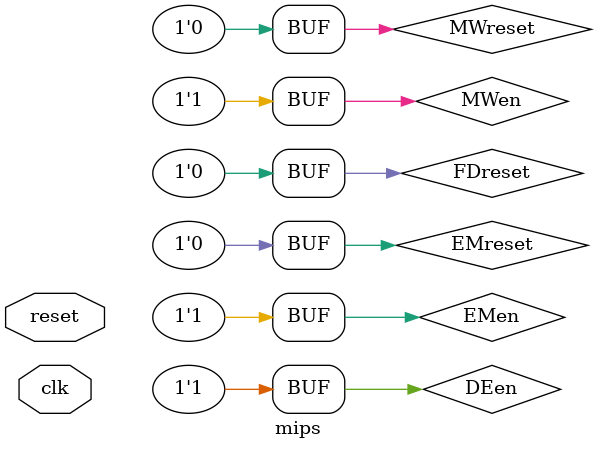
<source format=v>
`timescale 1ns / 1ps
module mips(
    input clk,
    input reset
    );
	
	wire PCen;
	wire [1:0] PCOp;
	wire [31:0] PC;
	wire [31:0] PC4;
	wire [31:0] IM;
	
	wire FDen;
	wire DEen;
	wire EMen;
	wire MWen;
	wire FDreset;
	wire DEreset;
	wire EMreset;
	wire MWreset;
	wire [31:0] IR_D;
	wire [31:0] PC_D;
	wire [31:0] PC4_D;
	wire [31:0] PC8_D;
	wire [31:0] IR_E;
	wire [31:0] PC_E;
	wire [31:0] PC4_E;
	wire [31:0] PC8_E;
	wire [31:0] RD1_E;
	wire [31:0] RD2_E;
	wire [31:0] EXT_E;
	wire [31:0] IR_M;
	wire [31:0] PC_M;
	wire [31:0] PC4_M;
	wire [31:0] PC8_M;
	wire [31:0] ALU_M;
	wire [31:0] RD2_M;
	wire [31:0] IR_W;
	wire [31:0] PC_W;
	wire [31:0] PC4_W;
	wire [31:0] PC8_W;
	wire [31:0] DM_W;
	wire [31:0] ALU_W;
	
	wire ZERO;
	wire is_B;
	wire is_J;
	wire [1:0] EXTOp;
	wire [2:0] ALUOp;
	wire [1:0] GRFA3_MUXOp;
	wire ALUB_MUXOp;
	wire GRFWE;
	wire DMWE;
	wire [1:0] GRFWD_MUXOp;
	wire [4:0] GRFA3;
	wire [31:0] GRFWD;
	wire [31:0] GRFRD1;
	wire [31:0] GRFRD2;
	wire [31:0] EXT;
	wire [31:0] ALUB;
	wire [31:0] ALU;
	wire [31:0] DM;
	wire [31:0] TURE_NPC;
	
	wire [2:0] M_RD1_D_Op;
	wire [2:0] M_RD2_D_Op;
	wire [2:0] M_RD1_E_Op;
	wire [2:0] M_RD2_E_Op;
	wire [2:0] M_RD2_M_Op;
	wire [31:0] M_RD1_D;
	wire [31:0] M_RD2_D;
	wire [31:0] M_RD1_E;
	wire [31:0] M_RD2_E;
	wire [31:0] M_RD2_M;
	
	assign DEen = 1;
	assign EMen = 1;
	assign MWen = 1;
	assign FDreset = 0;
	assign EMreset = 0;
	assign MWreset = 0;
	assign PC4 = PC + 4;
///////////// the begining of F
	PC my_PC(
		.clk(clk),
		.reset(reset),
		.en(PCen),
		.PCI(TURE_NPC),
		.PC(PC)
		);
	IM my_IM(
		.IMI(PC),
		.IM(IM)
		);
///////////// the end of F
///////////// the begining of F/D REG
	FDreg my_FDreg(
		.clk(clk),
		.reset(reset||FDreset),
		.en(FDen),
		.PC(PC),
		.IM(IM),
		.IR_D(IR_D),
		.PC_D(PC_D),
		.PC4_D(PC4_D),
		.PC8_D(PC8_D)
		);
///////////// the end of F/D REG
///////////// the begining of D
	controller my_D_controller(
		.opcode(IR_D[31:26]),
		.func(IR_D[5:0]),
		.EXTOp(EXTOp),
		.is_B(is_B),
		.is_J(is_J),
		.PCOp(PCOp)
		);
	GRF my_GRF(
		.clk(clk),
		.reset(reset),
		.PC(PC_W),
		.A1(IR_D[25:21]),
		.A2(IR_D[20:16]),
		.A3(GRFA3),
		.WD(GRFWD),
		.WE(GRFWE),
		.RD1(GRFRD1),
		.RD2(GRFRD2)
	);
	CMP my_CMP(
		.D1(M_RD1_D),
		.D2(M_RD2_D),
		.CMP(ZERO)
	);
	EXT my_EXT(
		.IMM(IR_D[15:0]),
		.EXTOp(EXTOp),
		.EXTOUT(EXT)
	);
	NPC my_NPC(
		.ADD4(PC4),
		.PC4_D(PC4_D),
		.imm_index(IR_D[25:0]),
		.M_RD1_D(M_RD1_D),
		.ZERO(ZERO),
		.is_B(is_B),
		.is_J(is_J),
		.PCOp(PCOp),
		.TURE_NPC(TURE_NPC)
	);
///////////// the end of D
///////////// the begining of D/E REG
	DEreg my_DEreg(
		.clk(clk),
		.reset(reset||DEreset),
		.en(DEen),
		.IR_D(IR_D),
		.PC_D(PC_D),
		.PC4_D(PC4_D),
		.PC8_D(PC8_D),
		.RD1(M_RD1_D),
		.RD2(M_RD2_D),
		.EXT(EXT),
		.IR_E(IR_E),
		.PC_E(PC_E),
		.PC4_E(PC4_E),
		.PC8_E(PC8_E),
		.RD1_E(RD1_E),
		.RD2_E(RD2_E),
		.EXT_E(EXT_E)
	);
///////////// the end of D/E REG
///////////// the begining of E
	controller my_E_controller(
		.opcode(IR_E[31:26]),
		.func(IR_E[5:0]),
		.ALUOp(ALUOp),
		.ALUB_MUXOp(ALUB_MUXOp)
	);
	ALU my_ALU(
		.A(M_RD1_E),
		.B(ALUB),
		.ALUOp(ALUOp),
		.ALUOUT(ALU)
	);
///////////// the end of E
///////////// the begining of E/M REG
	EMreg my_EMreg(
		.clk(clk),
		.reset(reset||EMreset),
		.en(EMen),
		.IR_E(IR_E),
		.PC_E(PC_E),
		.PC4_E(PC4_E),
		.PC8_E(PC8_E),
		.ALU(ALU),
		.RD2_E(M_RD2_E),
		.IR_M(IR_M),
		.PC_M(PC_M),
		.PC4_M(PC4_M),
		.PC8_M(PC8_M),
		.ALU_M(ALU_M),
		.RD2_M(RD2_M)
	);
///////////// the end of E/M REG
///////////// the begining of M
	controller my_M_controller(
		.opcode(IR_M[31:26]),
		.func(IR_M[5:0]),
		.DMWE(DMWE)
	);
	DM my_DM(
		.clk(clk),
		.reset(reset),
		.PC(PC_M),
		.DMA(ALU_M),
		.DMD(M_RD2_M),
		.DMWE(DMWE),
		.DM(DM)
	);
///////////// the end of M
///////////// the begining of M/W REG
	MWreg my_MWreg(
		.clk(clk),
		.reset(reset||MWreset),
		.en(MWen),
		.IR_M(IR_M),
		.PC_M(PC_M),
		.PC4_M(PC4_M),
		.PC8_M(PC8_M),
		.ALU_M(ALU_M),
		.DM(DM),
		.IR_W(IR_W),
		.PC_W(PC_W),
		.PC4_W(PC4_W),
		.PC8_W(PC8_W),
		.ALU_W(ALU_W),
		.DM_W(DM_W)
	);
///////////// the end of M/W REG
///////////// the begining of W
	controller my_W_controller(
		.opcode(IR_W[31:26]),
		.func(IR_W[5:0]),
		.GRFWE(GRFWE),
		.GRFA3_MUXOp(GRFA3_MUXOp),
		.GRFWD_MUXOp(GRFWD_MUXOp)
	);
///////////// the end of W
///////////// the begining of MUX/FORWARDING/ADVENTURE
	MUX my_MUX(
		.M_RD2_E(M_RD2_E),
		.EXT_E(EXT_E),
		.IR_W(IR_W),
		.ALU_W(ALU_W),
		.DM_W(DM_W),
		.PC8_W(PC8_W),
		.ALUB_MUXOp(ALUB_MUXOp),
		.GRFA3_MUXOp(GRFA3_MUXOp),
		.GRFWD_MUXOp(GRFWD_MUXOp),
		.ALUB(ALUB),
		.GRFA3(GRFA3),
		.GRFWD(GRFWD)
	);
	FORWARD_MUX my_FORWARD_MUX(
		.RD1(GRFRD1),
		.RD2(GRFRD2),
		.RD1_E(RD1_E),
		.RD2_E(RD2_E),
		.RD2_M(RD2_M),
		.PC8_E(PC8_E),
		.ALU_M(ALU_M),
		.PC8_M(PC8_M),
		.WD(GRFWD),
		.PC8_W(PC8_W),
		.M_RD1_D_Op(M_RD1_D_Op),
		.M_RD2_D_Op(M_RD2_D_Op),
		.M_RD1_E_Op(M_RD1_E_Op),
		.M_RD2_E_Op(M_RD2_E_Op),
		.M_RD2_M_Op(M_RD2_M_Op),
		.M_RD1_D(M_RD1_D),
		.M_RD2_D(M_RD2_D),
		.M_RD1_E(M_RD1_E),
		.M_RD2_E(M_RD2_E),
		.M_RD2_M(M_RD2_M)
	);
	Adventure my_Adventure(
		.IR_D(IR_D),
		.IR_E(IR_E),
		.IR_M(IR_M),
		.IR_W(IR_W),
		.D_en(FDen),
		.E_clr(DEreset),
		.PC_en(PCen),
		.M_RD1_D_Op(M_RD1_D_Op),
		.M_RD2_D_Op(M_RD2_D_Op),
		.M_RD1_E_Op(M_RD1_E_Op),
		.M_RD2_E_Op(M_RD2_E_Op),
		.M_RD2_M_Op(M_RD2_M_Op)
	);
///////////// the end of MUX/FORWARDING/ADVENTURE

endmodule

</source>
